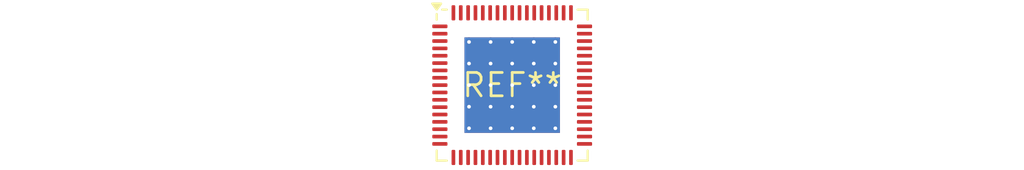
<source format=kicad_pcb>
(kicad_pcb (version 20240108) (generator pcbnew)
  (layers (0 "F.Cu" signal) (31 "B.Cu" signal) (34 "B.Paste" user) (35 "F.Paste" user) (36 "B.SilkS" user "B.Silkscreen") (37 "F.SilkS" user "F.Silkscreen") (38 "B.Mask" user) (39 "F.Mask" user) (44 "Edge.Cuts" user))
  (net 0 "")
  (footprint "QFN-68-1EP_8x8mm_P0.4mm_EP5.2x5.2mm_ThermalVias" (layer "F.Cu") (at 0 0)
    (property "Reference" "REF**")
    (property "Value" "QFN-68-1EP_8x8mm_P0.4mm_EP5.2x5.2mm_ThermalVias")
    (fp_line (start -4.11 -3.56) (end -4.11 -3.87) (layer "F.SilkS") (stroke (width 0.12)))
    (fp_line (start -4.11 4.11) (end -4.11 3.56) (layer "F.SilkS") (stroke (width 0.12)))
    (fp_line (start -3.56 -4.11) (end -3.81 -4.11) (layer "F.SilkS") (stroke (width 0.12)))
    (fp_line (start -3.56 4.11) (end -4.11 4.11) (layer "F.SilkS") (stroke (width 0.12)))
    (fp_line (start 3.56 -4.11) (end 4.11 -4.11) (layer "F.SilkS") (stroke (width 0.12)))
    (fp_line (start 3.56 4.11) (end 4.11 4.11) (layer "F.SilkS") (stroke (width 0.12)))
    (fp_line (start 4.11 -4.11) (end 4.11 -3.56) (layer "F.SilkS") (stroke (width 0.12)))
    (fp_line (start 4.11 4.11) (end 4.11 3.56) (layer "F.SilkS") (stroke (width 0.12)))
    (fp_poly (pts (xy -4.11 -4.11) (xy -4.35 -4.44) (xy -3.87 -4.44) (xy -4.11 -4.11)) (layer "F.SilkS") (stroke (width 0.12)) (fill solid))
    (pad "1" smd roundrect (at -3.9375 -3.2) (size 0.825 0.2) (layers "F.Cu" "F.Paste" "F.Mask"))
    (pad "2" smd roundrect (at -3.9375 -2.8) (size 0.825 0.2) (layers "F.Cu" "F.Paste" "F.Mask"))
    (pad "3" smd roundrect (at -3.9375 -2.4) (size 0.825 0.2) (layers "F.Cu" "F.Paste" "F.Mask"))
    (pad "4" smd roundrect (at -3.9375 -2) (size 0.825 0.2) (layers "F.Cu" "F.Paste" "F.Mask"))
    (pad "5" smd roundrect (at -3.9375 -1.6) (size 0.825 0.2) (layers "F.Cu" "F.Paste" "F.Mask"))
    (pad "6" smd roundrect (at -3.9375 -1.2) (size 0.825 0.2) (layers "F.Cu" "F.Paste" "F.Mask"))
    (pad "7" smd roundrect (at -3.9375 -0.8) (size 0.825 0.2) (layers "F.Cu" "F.Paste" "F.Mask"))
    (pad "8" smd roundrect (at -3.9375 -0.4) (size 0.825 0.2) (layers "F.Cu" "F.Paste" "F.Mask"))
    (pad "9" smd roundrect (at -3.9375 0) (size 0.825 0.2) (layers "F.Cu" "F.Paste" "F.Mask"))
    (pad "10" smd roundrect (at -3.9375 0.4) (size 0.825 0.2) (layers "F.Cu" "F.Paste" "F.Mask"))
    (pad "11" smd roundrect (at -3.9375 0.8) (size 0.825 0.2) (layers "F.Cu" "F.Paste" "F.Mask"))
    (pad "12" smd roundrect (at -3.9375 1.2) (size 0.825 0.2) (layers "F.Cu" "F.Paste" "F.Mask"))
    (pad "13" smd roundrect (at -3.9375 1.6) (size 0.825 0.2) (layers "F.Cu" "F.Paste" "F.Mask"))
    (pad "14" smd roundrect (at -3.9375 2) (size 0.825 0.2) (layers "F.Cu" "F.Paste" "F.Mask"))
    (pad "15" smd roundrect (at -3.9375 2.4) (size 0.825 0.2) (layers "F.Cu" "F.Paste" "F.Mask"))
    (pad "16" smd roundrect (at -3.9375 2.8) (size 0.825 0.2) (layers "F.Cu" "F.Paste" "F.Mask"))
    (pad "17" smd roundrect (at -3.9375 3.2) (size 0.825 0.2) (layers "F.Cu" "F.Paste" "F.Mask"))
    (pad "18" smd roundrect (at -3.2 3.9375) (size 0.2 0.825) (layers "F.Cu" "F.Paste" "F.Mask"))
    (pad "19" smd roundrect (at -2.8 3.9375) (size 0.2 0.825) (layers "F.Cu" "F.Paste" "F.Mask"))
    (pad "20" smd roundrect (at -2.4 3.9375) (size 0.2 0.825) (layers "F.Cu" "F.Paste" "F.Mask"))
    (pad "21" smd roundrect (at -2 3.9375) (size 0.2 0.825) (layers "F.Cu" "F.Paste" "F.Mask"))
    (pad "22" smd roundrect (at -1.6 3.9375) (size 0.2 0.825) (layers "F.Cu" "F.Paste" "F.Mask"))
    (pad "23" smd roundrect (at -1.2 3.9375) (size 0.2 0.825) (layers "F.Cu" "F.Paste" "F.Mask"))
    (pad "24" smd roundrect (at -0.8 3.9375) (size 0.2 0.825) (layers "F.Cu" "F.Paste" "F.Mask"))
    (pad "25" smd roundrect (at -0.4 3.9375) (size 0.2 0.825) (layers "F.Cu" "F.Paste" "F.Mask"))
    (pad "26" smd roundrect (at 0 3.9375) (size 0.2 0.825) (layers "F.Cu" "F.Paste" "F.Mask"))
    (pad "27" smd roundrect (at 0.4 3.9375) (size 0.2 0.825) (layers "F.Cu" "F.Paste" "F.Mask"))
    (pad "28" smd roundrect (at 0.8 3.9375) (size 0.2 0.825) (layers "F.Cu" "F.Paste" "F.Mask"))
    (pad "29" smd roundrect (at 1.2 3.9375) (size 0.2 0.825) (layers "F.Cu" "F.Paste" "F.Mask"))
    (pad "30" smd roundrect (at 1.6 3.9375) (size 0.2 0.825) (layers "F.Cu" "F.Paste" "F.Mask"))
    (pad "31" smd roundrect (at 2 3.9375) (size 0.2 0.825) (layers "F.Cu" "F.Paste" "F.Mask"))
    (pad "32" smd roundrect (at 2.4 3.9375) (size 0.2 0.825) (layers "F.Cu" "F.Paste" "F.Mask"))
    (pad "33" smd roundrect (at 2.8 3.9375) (size 0.2 0.825) (layers "F.Cu" "F.Paste" "F.Mask"))
    (pad "34" smd roundrect (at 3.2 3.9375) (size 0.2 0.825) (layers "F.Cu" "F.Paste" "F.Mask"))
    (pad "35" smd roundrect (at 3.9375 3.2) (size 0.825 0.2) (layers "F.Cu" "F.Paste" "F.Mask"))
    (pad "36" smd roundrect (at 3.9375 2.8) (size 0.825 0.2) (layers "F.Cu" "F.Paste" "F.Mask"))
    (pad "37" smd roundrect (at 3.9375 2.4) (size 0.825 0.2) (layers "F.Cu" "F.Paste" "F.Mask"))
    (pad "38" smd roundrect (at 3.9375 2) (size 0.825 0.2) (layers "F.Cu" "F.Paste" "F.Mask"))
    (pad "39" smd roundrect (at 3.9375 1.6) (size 0.825 0.2) (layers "F.Cu" "F.Paste" "F.Mask"))
    (pad "40" smd roundrect (at 3.9375 1.2) (size 0.825 0.2) (layers "F.Cu" "F.Paste" "F.Mask"))
    (pad "41" smd roundrect (at 3.9375 0.8) (size 0.825 0.2) (layers "F.Cu" "F.Paste" "F.Mask"))
    (pad "42" smd roundrect (at 3.9375 0.4) (size 0.825 0.2) (layers "F.Cu" "F.Paste" "F.Mask"))
    (pad "43" smd roundrect (at 3.9375 0) (size 0.825 0.2) (layers "F.Cu" "F.Paste" "F.Mask"))
    (pad "44" smd roundrect (at 3.9375 -0.4) (size 0.825 0.2) (layers "F.Cu" "F.Paste" "F.Mask"))
    (pad "45" smd roundrect (at 3.9375 -0.8) (size 0.825 0.2) (layers "F.Cu" "F.Paste" "F.Mask"))
    (pad "46" smd roundrect (at 3.9375 -1.2) (size 0.825 0.2) (layers "F.Cu" "F.Paste" "F.Mask"))
    (pad "47" smd roundrect (at 3.9375 -1.6) (size 0.825 0.2) (layers "F.Cu" "F.Paste" "F.Mask"))
    (pad "48" smd roundrect (at 3.9375 -2) (size 0.825 0.2) (layers "F.Cu" "F.Paste" "F.Mask"))
    (pad "49" smd roundrect (at 3.9375 -2.4) (size 0.825 0.2) (layers "F.Cu" "F.Paste" "F.Mask"))
    (pad "50" smd roundrect (at 3.9375 -2.8) (size 0.825 0.2) (layers "F.Cu" "F.Paste" "F.Mask"))
    (pad "51" smd roundrect (at 3.9375 -3.2) (size 0.825 0.2) (layers "F.Cu" "F.Paste" "F.Mask"))
    (pad "52" smd roundrect (at 3.2 -3.9375) (size 0.2 0.825) (layers "F.Cu" "F.Paste" "F.Mask"))
    (pad "53" smd roundrect (at 2.8 -3.9375) (size 0.2 0.825) (layers "F.Cu" "F.Paste" "F.Mask"))
    (pad "54" smd roundrect (at 2.4 -3.9375) (size 0.2 0.825) (layers "F.Cu" "F.Paste" "F.Mask"))
    (pad "55" smd roundrect (at 2 -3.9375) (size 0.2 0.825) (layers "F.Cu" "F.Paste" "F.Mask"))
    (pad "56" smd roundrect (at 1.6 -3.9375) (size 0.2 0.825) (layers "F.Cu" "F.Paste" "F.Mask"))
    (pad "57" smd roundrect (at 1.2 -3.9375) (size 0.2 0.825) (layers "F.Cu" "F.Paste" "F.Mask"))
    (pad "58" smd roundrect (at 0.8 -3.9375) (size 0.2 0.825) (layers "F.Cu" "F.Paste" "F.Mask"))
    (pad "59" smd roundrect (at 0.4 -3.9375) (size 0.2 0.825) (layers "F.Cu" "F.Paste" "F.Mask"))
    (pad "60" smd roundrect (at 0 -3.9375) (size 0.2 0.825) (layers "F.Cu" "F.Paste" "F.Mask"))
    (pad "61" smd roundrect (at -0.4 -3.9375) (size 0.2 0.825) (layers "F.Cu" "F.Paste" "F.Mask"))
    (pad "62" smd roundrect (at -0.8 -3.9375) (size 0.2 0.825) (layers "F.Cu" "F.Paste" "F.Mask"))
    (pad "63" smd roundrect (at -1.2 -3.9375) (size 0.2 0.825) (layers "F.Cu" "F.Paste" "F.Mask"))
    (pad "64" smd roundrect (at -1.6 -3.9375) (size 0.2 0.825) (layers "F.Cu" "F.Paste" "F.Mask"))
    (pad "65" smd roundrect (at -2 -3.9375) (size 0.2 0.825) (layers "F.Cu" "F.Paste" "F.Mask"))
    (pad "66" smd roundrect (at -2.4 -3.9375) (size 0.2 0.825) (layers "F.Cu" "F.Paste" "F.Mask"))
    (pad "67" smd roundrect (at -2.8 -3.9375) (size 0.2 0.825) (layers "F.Cu" "F.Paste" "F.Mask"))
    (pad "68" smd roundrect (at -3.2 -3.9375) (size 0.2 0.825) (layers "F.Cu" "F.Paste" "F.Mask"))
    (pad "69" thru_hole circle (at -2.35 -2.35) (size 0.5 0.5) (drill 0.2) (property pad_prop_heatsink) (layers *.Cu) (remove_unused_layers))
    (pad "69" thru_hole circle (at -2.35 -1.175) (size 0.5 0.5) (drill 0.2) (property pad_prop_heatsink) (layers *.Cu) (remove_unused_layers))
    (pad "69" thru_hole circle (at -2.35 0) (size 0.5 0.5) (drill 0.2) (property pad_prop_heatsink) (layers *.Cu) (remove_unused_layers))
    (pad "69" thru_hole circle (at -2.35 1.175) (size 0.5 0.5) (drill 0.2) (property pad_prop_heatsink) (layers *.Cu) (remove_unused_layers))
    (pad "69" thru_hole circle (at -2.35 2.35) (size 0.5 0.5) (drill 0.2) (property pad_prop_heatsink) (layers *.Cu) (remove_unused_layers))
    (pad "69" thru_hole circle (at -1.175 -2.35) (size 0.5 0.5) (drill 0.2) (property pad_prop_heatsink) (layers *.Cu) (remove_unused_layers))
    (pad "69" thru_hole circle (at -1.175 -1.175) (size 0.5 0.5) (drill 0.2) (property pad_prop_heatsink) (layers *.Cu) (remove_unused_layers))
    (pad "69" thru_hole circle (at -1.175 0) (size 0.5 0.5) (drill 0.2) (property pad_prop_heatsink) (layers *.Cu) (remove_unused_layers))
    (pad "69" thru_hole circle (at -1.175 1.175) (size 0.5 0.5) (drill 0.2) (property pad_prop_heatsink) (layers *.Cu) (remove_unused_layers))
    (pad "69" thru_hole circle (at -1.175 2.35) (size 0.5 0.5) (drill 0.2) (property pad_prop_heatsink) (layers *.Cu) (remove_unused_layers))
    (pad "69" thru_hole circle (at 0 -2.35) (size 0.5 0.5) (drill 0.2) (property pad_prop_heatsink) (layers *.Cu) (remove_unused_layers))
    (pad "69" thru_hole circle (at 0 -1.175) (size 0.5 0.5) (drill 0.2) (property pad_prop_heatsink) (layers *.Cu) (remove_unused_layers))
    (pad "69" thru_hole circle (at 0 0) (size 0.5 0.5) (drill 0.2) (property pad_prop_heatsink) (layers *.Cu) (remove_unused_layers))
    (pad "69" smd rect (at 0 0) (size 5.2 5.2) (property pad_prop_heatsink) (layers "F.Cu" "F.Mask"))
    (pad "69" smd rect (at 0 0) (size 5.2 5.2) (property pad_prop_heatsink) (layers "B.Cu"))
    (pad "69" thru_hole circle (at 0 1.175) (size 0.5 0.5) (drill 0.2) (property pad_prop_heatsink) (layers *.Cu) (remove_unused_layers))
    (pad "69" thru_hole circle (at 0 2.35) (size 0.5 0.5) (drill 0.2) (property pad_prop_heatsink) (layers *.Cu) (remove_unused_layers))
    (pad "69" thru_hole circle (at 1.175 -2.35) (size 0.5 0.5) (drill 0.2) (property pad_prop_heatsink) (layers *.Cu) (remove_unused_layers))
    (pad "69" thru_hole circle (at 1.175 -1.175) (size 0.5 0.5) (drill 0.2) (property pad_prop_heatsink) (layers *.Cu) (remove_unused_layers))
    (pad "69" thru_hole circle (at 1.175 0) (size 0.5 0.5) (drill 0.2) (property pad_prop_heatsink) (layers *.Cu) (remove_unused_layers))
    (pad "69" thru_hole circle (at 1.175 1.175) (size 0.5 0.5) (drill 0.2) (property pad_prop_heatsink) (layers *.Cu) (remove_unused_layers))
    (pad "69" thru_hole circle (at 1.175 2.35) (size 0.5 0.5) (drill 0.2) (property pad_prop_heatsink) (layers *.Cu) (remove_unused_layers))
    (pad "69" thru_hole circle (at 2.35 -2.35) (size 0.5 0.5) (drill 0.2) (property pad_prop_heatsink) (layers *.Cu) (remove_unused_layers))
    (pad "69" thru_hole circle (at 2.35 -1.175) (size 0.5 0.5) (drill 0.2) (property pad_prop_heatsink) (layers *.Cu) (remove_unused_layers))
    (pad "69" thru_hole circle (at 2.35 0) (size 0.5 0.5) (drill 0.2) (property pad_prop_heatsink) (layers *.Cu) (remove_unused_layers))
    (pad "69" thru_hole circle (at 2.35 1.175) (size 0.5 0.5) (drill 0.2) (property pad_prop_heatsink) (layers *.Cu) (remove_unused_layers))
    (pad "69" thru_hole circle (at 2.35 2.35) (size 0.5 0.5) (drill 0.2) (property pad_prop_heatsink) (layers *.Cu) (remove_unused_layers))
  )
)
</source>
